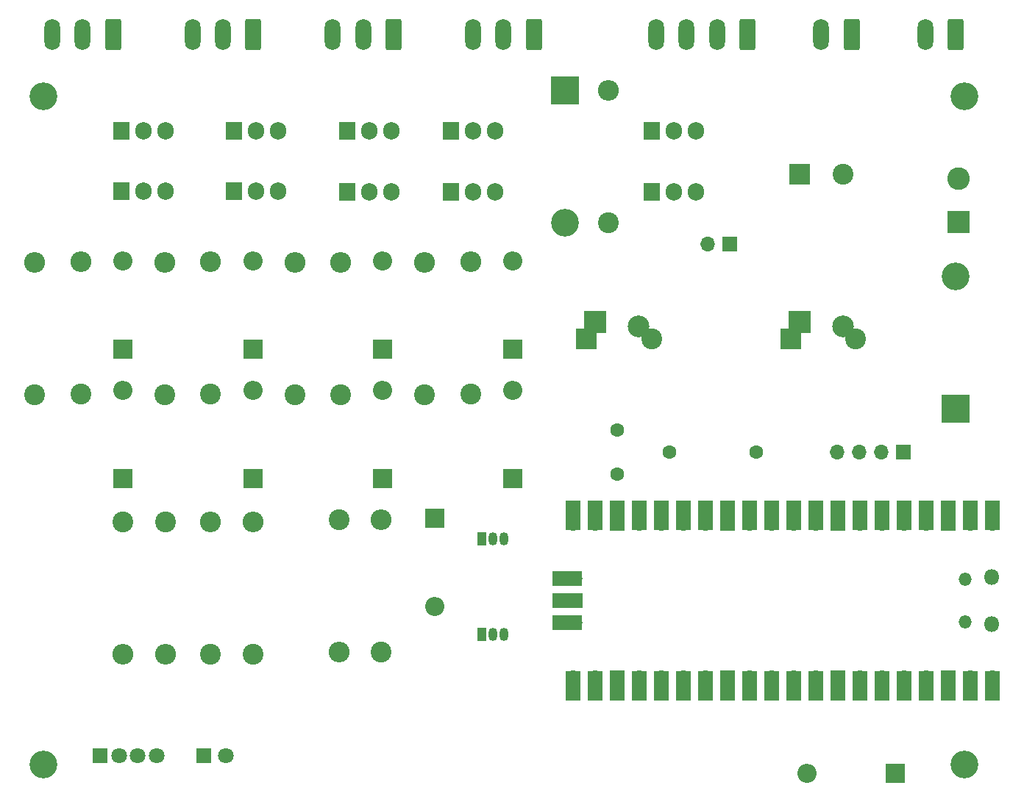
<source format=gts>
%TF.GenerationSoftware,KiCad,Pcbnew,7.0.7+dfsg-1*%
%TF.CreationDate,2024-04-04T17:55:19+01:00*%
%TF.ProjectId,point-controller,706f696e-742d-4636-9f6e-74726f6c6c65,rev?*%
%TF.SameCoordinates,Original*%
%TF.FileFunction,Soldermask,Top*%
%TF.FilePolarity,Negative*%
%FSLAX46Y46*%
G04 Gerber Fmt 4.6, Leading zero omitted, Abs format (unit mm)*
G04 Created by KiCad (PCBNEW 7.0.7+dfsg-1) date 2024-04-04 17:55:19*
%MOMM*%
%LPD*%
G01*
G04 APERTURE LIST*
G04 Aperture macros list*
%AMRoundRect*
0 Rectangle with rounded corners*
0 $1 Rounding radius*
0 $2 $3 $4 $5 $6 $7 $8 $9 X,Y pos of 4 corners*
0 Add a 4 corners polygon primitive as box body*
4,1,4,$2,$3,$4,$5,$6,$7,$8,$9,$2,$3,0*
0 Add four circle primitives for the rounded corners*
1,1,$1+$1,$2,$3*
1,1,$1+$1,$4,$5*
1,1,$1+$1,$6,$7*
1,1,$1+$1,$8,$9*
0 Add four rect primitives between the rounded corners*
20,1,$1+$1,$2,$3,$4,$5,0*
20,1,$1+$1,$4,$5,$6,$7,0*
20,1,$1+$1,$6,$7,$8,$9,0*
20,1,$1+$1,$8,$9,$2,$3,0*%
G04 Aperture macros list end*
%ADD10R,1.905000X2.000000*%
%ADD11O,1.905000X2.000000*%
%ADD12C,2.400000*%
%ADD13O,2.400000X2.400000*%
%ADD14R,1.800000X1.800000*%
%ADD15C,1.800000*%
%ADD16R,2.200000X2.200000*%
%ADD17O,2.200000X2.200000*%
%ADD18R,1.050000X1.500000*%
%ADD19O,1.050000X1.500000*%
%ADD20RoundRect,0.250000X0.650000X1.550000X-0.650000X1.550000X-0.650000X-1.550000X0.650000X-1.550000X0*%
%ADD21O,1.800000X3.600000*%
%ADD22R,3.200000X3.200000*%
%ADD23O,3.200000X3.200000*%
%ADD24C,1.600000*%
%ADD25R,2.400000X2.400000*%
%ADD26R,2.500000X2.500000*%
%ADD27C,2.500000*%
%ADD28C,3.200000*%
%ADD29R,2.600000X2.600000*%
%ADD30C,2.600000*%
%ADD31R,1.700000X1.700000*%
%ADD32O,1.700000X1.700000*%
%ADD33O,1.800000X1.800000*%
%ADD34O,1.500000X1.500000*%
%ADD35R,1.700000X3.500000*%
%ADD36R,3.500000X1.700000*%
G04 APERTURE END LIST*
D10*
%TO.C,Q7*%
X57920000Y-40945000D03*
D11*
X60460000Y-40945000D03*
X63000000Y-40945000D03*
%TD*%
D10*
%TO.C,Q1*%
X119000000Y-41000000D03*
D11*
X121540000Y-41000000D03*
X124080000Y-41000000D03*
%TD*%
D12*
%TO.C,R10*%
X62959089Y-64419999D03*
D13*
X62959089Y-49179999D03*
%TD*%
D14*
%TO.C,D4*%
X67460000Y-106000000D03*
D15*
X70000000Y-106000000D03*
%TD*%
D10*
%TO.C,Q9*%
X83920000Y-41000000D03*
D11*
X86460000Y-41000000D03*
X89000000Y-41000000D03*
%TD*%
D16*
%TO.C,D3*%
X94000000Y-78660000D03*
D17*
X94000000Y-88820000D03*
%TD*%
D18*
%TO.C,Q2*%
X99460000Y-81000000D03*
D19*
X100730000Y-81000000D03*
X102000000Y-81000000D03*
%TD*%
D16*
%TO.C,D14*%
X88040904Y-59160000D03*
D17*
X88040904Y-49000000D03*
%TD*%
D20*
%TO.C,J9*%
X89296666Y-22932500D03*
D21*
X85796666Y-22932500D03*
X82296666Y-22932500D03*
%TD*%
D22*
%TO.C,D1*%
X154000000Y-66000000D03*
D23*
X154000000Y-50760000D03*
%TD*%
D10*
%TO.C,Q5*%
X70920000Y-40945000D03*
D11*
X73460000Y-40945000D03*
X76000000Y-40945000D03*
%TD*%
D12*
%TO.C,R9*%
X53286363Y-64340000D03*
D13*
X53286363Y-49100000D03*
%TD*%
D18*
%TO.C,Q3*%
X99460000Y-92000000D03*
D19*
X100730000Y-92000000D03*
X102000000Y-92000000D03*
%TD*%
D10*
%TO.C,Q6*%
X57920000Y-34000000D03*
D11*
X60460000Y-34000000D03*
X63000000Y-34000000D03*
%TD*%
D16*
%TO.C,D7*%
X73081815Y-59160000D03*
D17*
X73081815Y-49000000D03*
%TD*%
D24*
%TO.C,C4*%
X115000000Y-68500000D03*
X115000000Y-73500000D03*
%TD*%
D12*
%TO.C,R3*%
X87836370Y-94000000D03*
D13*
X87836370Y-78760000D03*
%TD*%
D20*
%TO.C,J3*%
X130000000Y-22932500D03*
D21*
X126500000Y-22932500D03*
X123000000Y-22932500D03*
X119500000Y-22932500D03*
%TD*%
D12*
%TO.C,R6*%
X63000000Y-79000000D03*
D13*
X63000000Y-94240000D03*
%TD*%
D20*
%TO.C,J5*%
X142000000Y-22932500D03*
D21*
X138500000Y-22932500D03*
%TD*%
D16*
%TO.C,D12*%
X88040904Y-74080000D03*
D17*
X88040904Y-63920000D03*
%TD*%
D12*
%TO.C,R11*%
X68245452Y-64340000D03*
D13*
X68245452Y-49100000D03*
%TD*%
D25*
%TO.C,C3*%
X135000000Y-58000000D03*
D26*
X136000000Y-56000000D03*
D27*
X141000000Y-56500000D03*
D12*
X142500000Y-58000000D03*
%TD*%
D10*
%TO.C,U1*%
X119000000Y-34000000D03*
D11*
X121540000Y-34000000D03*
X124080000Y-34000000D03*
%TD*%
D16*
%TO.C,D8*%
X73081815Y-74080000D03*
D17*
X73081815Y-63920000D03*
%TD*%
D16*
%TO.C,D13*%
X103000000Y-59160000D03*
D17*
X103000000Y-49000000D03*
%TD*%
D22*
%TO.C,D2*%
X109000000Y-29380000D03*
D23*
X109000000Y-44620000D03*
%TD*%
D12*
%TO.C,R14*%
X92877267Y-64419999D03*
D13*
X92877267Y-49179999D03*
%TD*%
D20*
%TO.C,J8*%
X105445000Y-22932500D03*
D21*
X101945000Y-22932500D03*
X98445000Y-22932500D03*
%TD*%
D28*
%TO.C,H1*%
X49000000Y-30000000D03*
%TD*%
D29*
%TO.C,J1*%
X154305000Y-44500000D03*
D30*
X154305000Y-39500000D03*
%TD*%
D28*
%TO.C,H3*%
X49000000Y-107000000D03*
%TD*%
D31*
%TO.C,JP1*%
X128000000Y-47000000D03*
D32*
X125460000Y-47000000D03*
%TD*%
D16*
%TO.C,D11*%
X103000000Y-74080000D03*
D17*
X103000000Y-63920000D03*
%TD*%
D25*
%TO.C,C1*%
X136000000Y-39000000D03*
D12*
X141000000Y-39000000D03*
%TD*%
D10*
%TO.C,Q8*%
X95920000Y-41000000D03*
D11*
X98460000Y-41000000D03*
X101000000Y-41000000D03*
%TD*%
D16*
%TO.C,D9*%
X58122726Y-59160000D03*
D17*
X58122726Y-49000000D03*
%TD*%
D12*
%TO.C,R1*%
X114000000Y-44620000D03*
D13*
X114000000Y-29380000D03*
%TD*%
D12*
%TO.C,R8*%
X48000000Y-64419999D03*
D13*
X48000000Y-49179999D03*
%TD*%
D28*
%TO.C,H2*%
X155000000Y-30000000D03*
%TD*%
D20*
%TO.C,J6*%
X73148333Y-22932500D03*
D21*
X69648333Y-22932500D03*
X66148333Y-22932500D03*
%TD*%
D12*
%TO.C,R12*%
X77918178Y-64419999D03*
D13*
X77918178Y-49179999D03*
%TD*%
D12*
%TO.C,R2*%
X83000000Y-78760000D03*
D13*
X83000000Y-94000000D03*
%TD*%
D24*
%TO.C,C5*%
X121000000Y-71000000D03*
X131000000Y-71000000D03*
%TD*%
D10*
%TO.C,Q11*%
X83920000Y-34000000D03*
D11*
X86460000Y-34000000D03*
X89000000Y-34000000D03*
%TD*%
D20*
%TO.C,J7*%
X57000000Y-22932500D03*
D21*
X53500000Y-22932500D03*
X50000000Y-22932500D03*
%TD*%
D12*
%TO.C,R5*%
X68245452Y-94240000D03*
D13*
X68245452Y-79000000D03*
%TD*%
D20*
%TO.C,J2*%
X154000000Y-22932500D03*
D21*
X150500000Y-22932500D03*
%TD*%
D28*
%TO.C,H4*%
X155000000Y-107000000D03*
%TD*%
D14*
%TO.C,D6*%
X55523000Y-106000000D03*
D15*
X57682000Y-106000000D03*
X59841000Y-106000000D03*
X62000000Y-106000000D03*
%TD*%
D33*
%TO.C,U2*%
X158110000Y-85385000D03*
D34*
X155080000Y-85685000D03*
X155080000Y-90535000D03*
D33*
X158110000Y-90835000D03*
D32*
X158240000Y-79220000D03*
D35*
X158240000Y-78320000D03*
D32*
X155700000Y-79220000D03*
D35*
X155700000Y-78320000D03*
D31*
X153160000Y-79220000D03*
D35*
X153160000Y-78320000D03*
D32*
X150620000Y-79220000D03*
D35*
X150620000Y-78320000D03*
D32*
X148080000Y-79220000D03*
D35*
X148080000Y-78320000D03*
D32*
X145540000Y-79220000D03*
D35*
X145540000Y-78320000D03*
D32*
X143000000Y-79220000D03*
D35*
X143000000Y-78320000D03*
D31*
X140460000Y-79220000D03*
D35*
X140460000Y-78320000D03*
D32*
X137920000Y-79220000D03*
D35*
X137920000Y-78320000D03*
D32*
X135380000Y-79220000D03*
D35*
X135380000Y-78320000D03*
D32*
X132840000Y-79220000D03*
D35*
X132840000Y-78320000D03*
D32*
X130300000Y-79220000D03*
D35*
X130300000Y-78320000D03*
D31*
X127760000Y-79220000D03*
D35*
X127760000Y-78320000D03*
D32*
X125220000Y-79220000D03*
D35*
X125220000Y-78320000D03*
D32*
X122680000Y-79220000D03*
D35*
X122680000Y-78320000D03*
D32*
X120140000Y-79220000D03*
D35*
X120140000Y-78320000D03*
D32*
X117600000Y-79220000D03*
D35*
X117600000Y-78320000D03*
D31*
X115060000Y-79220000D03*
D35*
X115060000Y-78320000D03*
D32*
X112520000Y-79220000D03*
D35*
X112520000Y-78320000D03*
D32*
X109980000Y-79220000D03*
D35*
X109980000Y-78320000D03*
D32*
X109980000Y-97000000D03*
D35*
X109980000Y-97900000D03*
D32*
X112520000Y-97000000D03*
D35*
X112520000Y-97900000D03*
D31*
X115060000Y-97000000D03*
D35*
X115060000Y-97900000D03*
D32*
X117600000Y-97000000D03*
D35*
X117600000Y-97900000D03*
D32*
X120140000Y-97000000D03*
D35*
X120140000Y-97900000D03*
D32*
X122680000Y-97000000D03*
D35*
X122680000Y-97900000D03*
D32*
X125220000Y-97000000D03*
D35*
X125220000Y-97900000D03*
D31*
X127760000Y-97000000D03*
D35*
X127760000Y-97900000D03*
D32*
X130300000Y-97000000D03*
D35*
X130300000Y-97900000D03*
D32*
X132840000Y-97000000D03*
D35*
X132840000Y-97900000D03*
D32*
X135380000Y-97000000D03*
D35*
X135380000Y-97900000D03*
D32*
X137920000Y-97000000D03*
D35*
X137920000Y-97900000D03*
D31*
X140460000Y-97000000D03*
D35*
X140460000Y-97900000D03*
D32*
X143000000Y-97000000D03*
D35*
X143000000Y-97900000D03*
D32*
X145540000Y-97000000D03*
D35*
X145540000Y-97900000D03*
D32*
X148080000Y-97000000D03*
D35*
X148080000Y-97900000D03*
D32*
X150620000Y-97000000D03*
D35*
X150620000Y-97900000D03*
D31*
X153160000Y-97000000D03*
D35*
X153160000Y-97900000D03*
D32*
X155700000Y-97000000D03*
D35*
X155700000Y-97900000D03*
D32*
X158240000Y-97000000D03*
D35*
X158240000Y-97900000D03*
D32*
X110210000Y-85570000D03*
D36*
X109310000Y-85570000D03*
D31*
X110210000Y-88110000D03*
D36*
X109310000Y-88110000D03*
D32*
X110210000Y-90650000D03*
D36*
X109310000Y-90650000D03*
%TD*%
D12*
%TO.C,R15*%
X98163630Y-64340000D03*
D13*
X98163630Y-49100000D03*
%TD*%
D16*
%TO.C,D5*%
X147000000Y-108000000D03*
D17*
X136840000Y-108000000D03*
%TD*%
D31*
%TO.C,J4*%
X148000000Y-71000000D03*
D32*
X145460000Y-71000000D03*
X142920000Y-71000000D03*
X140380000Y-71000000D03*
%TD*%
D12*
%TO.C,R7*%
X58163637Y-79000000D03*
D13*
X58163637Y-94240000D03*
%TD*%
D12*
%TO.C,R4*%
X73081815Y-94240000D03*
D13*
X73081815Y-79000000D03*
%TD*%
D12*
%TO.C,R13*%
X83204541Y-64419999D03*
D13*
X83204541Y-49179999D03*
%TD*%
D16*
%TO.C,D10*%
X58122726Y-74080000D03*
D17*
X58122726Y-63920000D03*
%TD*%
D10*
%TO.C,Q4*%
X70920000Y-34000000D03*
D11*
X73460000Y-34000000D03*
X76000000Y-34000000D03*
%TD*%
D10*
%TO.C,Q10*%
X95920000Y-34000000D03*
D11*
X98460000Y-34000000D03*
X101000000Y-34000000D03*
%TD*%
D25*
%TO.C,C2*%
X111487246Y-58000000D03*
D26*
X112487246Y-56000000D03*
D27*
X117487246Y-56500000D03*
D12*
X118987246Y-58000000D03*
%TD*%
M02*

</source>
